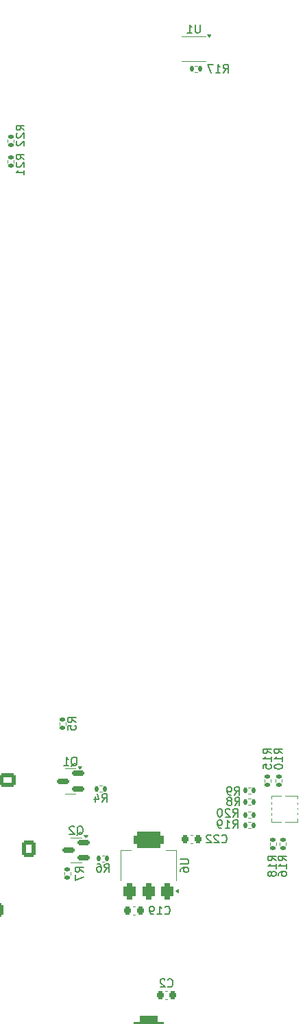
<source format=gbr>
%TF.GenerationSoftware,KiCad,Pcbnew,9.0.1*%
%TF.CreationDate,2025-04-21T23:50:45-04:00*%
%TF.ProjectId,2025SIMPLETVC,32303235-5349-44d5-904c-455456432e6b,rev?*%
%TF.SameCoordinates,Original*%
%TF.FileFunction,Legend,Bot*%
%TF.FilePolarity,Positive*%
%FSLAX46Y46*%
G04 Gerber Fmt 4.6, Leading zero omitted, Abs format (unit mm)*
G04 Created by KiCad (PCBNEW 9.0.1) date 2025-04-21 23:50:45*
%MOMM*%
%LPD*%
G01*
G04 APERTURE LIST*
G04 Aperture macros list*
%AMRoundRect*
0 Rectangle with rounded corners*
0 $1 Rounding radius*
0 $2 $3 $4 $5 $6 $7 $8 $9 X,Y pos of 4 corners*
0 Add a 4 corners polygon primitive as box body*
4,1,4,$2,$3,$4,$5,$6,$7,$8,$9,$2,$3,0*
0 Add four circle primitives for the rounded corners*
1,1,$1+$1,$2,$3*
1,1,$1+$1,$4,$5*
1,1,$1+$1,$6,$7*
1,1,$1+$1,$8,$9*
0 Add four rect primitives between the rounded corners*
20,1,$1+$1,$2,$3,$4,$5,0*
20,1,$1+$1,$4,$5,$6,$7,0*
20,1,$1+$1,$6,$7,$8,$9,0*
20,1,$1+$1,$8,$9,$2,$3,0*%
%AMFreePoly0*
4,1,17,1.515000,0.170000,0.915000,0.170000,0.915000,-0.080000,1.515000,-0.080000,1.515000,-0.480000,0.915000,-0.480000,0.915000,-0.505000,-0.395000,-0.505000,-0.395000,-1.005000,-0.825000,-1.005000,-0.825000,-0.625000,-0.915000,-0.625000,-0.915000,0.505000,0.815000,0.505000,0.815000,0.570000,1.515000,0.570000,1.515000,0.170000,1.515000,0.170000,$1*%
%AMFreePoly1*
4,1,17,-0.395000,0.505000,0.915000,0.505000,0.915000,0.480000,1.515000,0.480000,1.515000,0.080000,0.915000,0.080000,0.915000,-0.170000,1.515000,-0.170000,1.515000,-0.570000,0.815000,-0.570000,0.815000,-0.505000,-0.915000,-0.505000,-0.915000,0.625000,-0.825000,0.625000,-0.825000,1.005000,-0.395000,1.005000,-0.395000,0.505000,-0.395000,0.505000,$1*%
G04 Aperture macros list end*
%ADD10C,0.150000*%
%ADD11C,0.120000*%
%ADD12C,0.100000*%
%ADD13RoundRect,0.225000X0.225000X0.250000X-0.225000X0.250000X-0.225000X-0.250000X0.225000X-0.250000X0*%
%ADD14RoundRect,0.225000X-0.225000X-0.250000X0.225000X-0.250000X0.225000X0.250000X-0.225000X0.250000X0*%
%ADD15C,4.700000*%
%ADD16C,7.500000*%
%ADD17C,1.200000*%
%ADD18RoundRect,0.250000X0.600000X0.750000X-0.600000X0.750000X-0.600000X-0.750000X0.600000X-0.750000X0*%
%ADD19O,1.700000X2.000000*%
%ADD20RoundRect,0.760000X-1.140000X-1.140000X1.140000X-1.140000X1.140000X1.140000X-1.140000X1.140000X0*%
%ADD21C,4.000000*%
%ADD22C,1.700000*%
%ADD23R,1.600000X1.600000*%
%ADD24C,1.600000*%
%ADD25RoundRect,0.250000X-0.750000X0.600000X-0.750000X-0.600000X0.750000X-0.600000X0.750000X0.600000X0*%
%ADD26O,2.000000X1.700000*%
%ADD27RoundRect,0.250000X0.725000X-0.600000X0.725000X0.600000X-0.725000X0.600000X-0.725000X-0.600000X0*%
%ADD28O,1.950000X1.700000*%
%ADD29RoundRect,0.250000X-0.350000X-0.625000X0.350000X-0.625000X0.350000X0.625000X-0.350000X0.625000X0*%
%ADD30O,1.200000X1.750000*%
%ADD31RoundRect,0.250000X0.600000X0.725000X-0.600000X0.725000X-0.600000X-0.725000X0.600000X-0.725000X0*%
%ADD32O,1.700000X1.950000*%
%ADD33RoundRect,0.250000X-1.050000X-0.550000X1.050000X-0.550000X1.050000X0.550000X-1.050000X0.550000X0*%
%ADD34O,2.600000X1.600000*%
%ADD35RoundRect,0.135000X-0.185000X0.135000X-0.185000X-0.135000X0.185000X-0.135000X0.185000X0.135000X0*%
%ADD36RoundRect,0.135000X0.135000X0.185000X-0.135000X0.185000X-0.135000X-0.185000X0.135000X-0.185000X0*%
%ADD37RoundRect,0.135000X-0.135000X-0.185000X0.135000X-0.185000X0.135000X0.185000X-0.135000X0.185000X0*%
%ADD38RoundRect,0.135000X0.185000X-0.135000X0.185000X0.135000X-0.185000X0.135000X-0.185000X-0.135000X0*%
%ADD39RoundRect,0.150000X0.587500X0.150000X-0.587500X0.150000X-0.587500X-0.150000X0.587500X-0.150000X0*%
%ADD40R,0.760000X0.350000*%
%ADD41FreePoly0,0.000000*%
%ADD42FreePoly1,0.000000*%
%ADD43R,1.600000X0.300000*%
%ADD44RoundRect,0.375000X0.375000X-0.625000X0.375000X0.625000X-0.375000X0.625000X-0.375000X-0.625000X0*%
%ADD45RoundRect,0.500000X1.400000X-0.500000X1.400000X0.500000X-1.400000X0.500000X-1.400000X-0.500000X0*%
G04 APERTURE END LIST*
D10*
X153886666Y-149229580D02*
X153934285Y-149277200D01*
X153934285Y-149277200D02*
X154077142Y-149324819D01*
X154077142Y-149324819D02*
X154172380Y-149324819D01*
X154172380Y-149324819D02*
X154315237Y-149277200D01*
X154315237Y-149277200D02*
X154410475Y-149181961D01*
X154410475Y-149181961D02*
X154458094Y-149086723D01*
X154458094Y-149086723D02*
X154505713Y-148896247D01*
X154505713Y-148896247D02*
X154505713Y-148753390D01*
X154505713Y-148753390D02*
X154458094Y-148562914D01*
X154458094Y-148562914D02*
X154410475Y-148467676D01*
X154410475Y-148467676D02*
X154315237Y-148372438D01*
X154315237Y-148372438D02*
X154172380Y-148324819D01*
X154172380Y-148324819D02*
X154077142Y-148324819D01*
X154077142Y-148324819D02*
X153934285Y-148372438D01*
X153934285Y-148372438D02*
X153886666Y-148420057D01*
X153505713Y-148420057D02*
X153458094Y-148372438D01*
X153458094Y-148372438D02*
X153362856Y-148324819D01*
X153362856Y-148324819D02*
X153124761Y-148324819D01*
X153124761Y-148324819D02*
X153029523Y-148372438D01*
X153029523Y-148372438D02*
X152981904Y-148420057D01*
X152981904Y-148420057D02*
X152934285Y-148515295D01*
X152934285Y-148515295D02*
X152934285Y-148610533D01*
X152934285Y-148610533D02*
X152981904Y-148753390D01*
X152981904Y-148753390D02*
X153553332Y-149324819D01*
X153553332Y-149324819D02*
X152934285Y-149324819D01*
X160567857Y-131459580D02*
X160615476Y-131507200D01*
X160615476Y-131507200D02*
X160758333Y-131554819D01*
X160758333Y-131554819D02*
X160853571Y-131554819D01*
X160853571Y-131554819D02*
X160996428Y-131507200D01*
X160996428Y-131507200D02*
X161091666Y-131411961D01*
X161091666Y-131411961D02*
X161139285Y-131316723D01*
X161139285Y-131316723D02*
X161186904Y-131126247D01*
X161186904Y-131126247D02*
X161186904Y-130983390D01*
X161186904Y-130983390D02*
X161139285Y-130792914D01*
X161139285Y-130792914D02*
X161091666Y-130697676D01*
X161091666Y-130697676D02*
X160996428Y-130602438D01*
X160996428Y-130602438D02*
X160853571Y-130554819D01*
X160853571Y-130554819D02*
X160758333Y-130554819D01*
X160758333Y-130554819D02*
X160615476Y-130602438D01*
X160615476Y-130602438D02*
X160567857Y-130650057D01*
X160186904Y-130650057D02*
X160139285Y-130602438D01*
X160139285Y-130602438D02*
X160044047Y-130554819D01*
X160044047Y-130554819D02*
X159805952Y-130554819D01*
X159805952Y-130554819D02*
X159710714Y-130602438D01*
X159710714Y-130602438D02*
X159663095Y-130650057D01*
X159663095Y-130650057D02*
X159615476Y-130745295D01*
X159615476Y-130745295D02*
X159615476Y-130840533D01*
X159615476Y-130840533D02*
X159663095Y-130983390D01*
X159663095Y-130983390D02*
X160234523Y-131554819D01*
X160234523Y-131554819D02*
X159615476Y-131554819D01*
X159234523Y-130650057D02*
X159186904Y-130602438D01*
X159186904Y-130602438D02*
X159091666Y-130554819D01*
X159091666Y-130554819D02*
X158853571Y-130554819D01*
X158853571Y-130554819D02*
X158758333Y-130602438D01*
X158758333Y-130602438D02*
X158710714Y-130650057D01*
X158710714Y-130650057D02*
X158663095Y-130745295D01*
X158663095Y-130745295D02*
X158663095Y-130840533D01*
X158663095Y-130840533D02*
X158710714Y-130983390D01*
X158710714Y-130983390D02*
X159282142Y-131554819D01*
X159282142Y-131554819D02*
X158663095Y-131554819D01*
X153542857Y-140259580D02*
X153590476Y-140307200D01*
X153590476Y-140307200D02*
X153733333Y-140354819D01*
X153733333Y-140354819D02*
X153828571Y-140354819D01*
X153828571Y-140354819D02*
X153971428Y-140307200D01*
X153971428Y-140307200D02*
X154066666Y-140211961D01*
X154066666Y-140211961D02*
X154114285Y-140116723D01*
X154114285Y-140116723D02*
X154161904Y-139926247D01*
X154161904Y-139926247D02*
X154161904Y-139783390D01*
X154161904Y-139783390D02*
X154114285Y-139592914D01*
X154114285Y-139592914D02*
X154066666Y-139497676D01*
X154066666Y-139497676D02*
X153971428Y-139402438D01*
X153971428Y-139402438D02*
X153828571Y-139354819D01*
X153828571Y-139354819D02*
X153733333Y-139354819D01*
X153733333Y-139354819D02*
X153590476Y-139402438D01*
X153590476Y-139402438D02*
X153542857Y-139450057D01*
X152590476Y-140354819D02*
X153161904Y-140354819D01*
X152876190Y-140354819D02*
X152876190Y-139354819D01*
X152876190Y-139354819D02*
X152971428Y-139497676D01*
X152971428Y-139497676D02*
X153066666Y-139592914D01*
X153066666Y-139592914D02*
X153161904Y-139640533D01*
X152114285Y-140354819D02*
X151923809Y-140354819D01*
X151923809Y-140354819D02*
X151828571Y-140307200D01*
X151828571Y-140307200D02*
X151780952Y-140259580D01*
X151780952Y-140259580D02*
X151685714Y-140116723D01*
X151685714Y-140116723D02*
X151638095Y-139926247D01*
X151638095Y-139926247D02*
X151638095Y-139545295D01*
X151638095Y-139545295D02*
X151685714Y-139450057D01*
X151685714Y-139450057D02*
X151733333Y-139402438D01*
X151733333Y-139402438D02*
X151828571Y-139354819D01*
X151828571Y-139354819D02*
X152019047Y-139354819D01*
X152019047Y-139354819D02*
X152114285Y-139402438D01*
X152114285Y-139402438D02*
X152161904Y-139450057D01*
X152161904Y-139450057D02*
X152209523Y-139545295D01*
X152209523Y-139545295D02*
X152209523Y-139783390D01*
X152209523Y-139783390D02*
X152161904Y-139878628D01*
X152161904Y-139878628D02*
X152114285Y-139926247D01*
X152114285Y-139926247D02*
X152019047Y-139973866D01*
X152019047Y-139973866D02*
X151828571Y-139973866D01*
X151828571Y-139973866D02*
X151733333Y-139926247D01*
X151733333Y-139926247D02*
X151685714Y-139878628D01*
X151685714Y-139878628D02*
X151638095Y-139783390D01*
X143454819Y-135143333D02*
X142978628Y-134810000D01*
X143454819Y-134571905D02*
X142454819Y-134571905D01*
X142454819Y-134571905D02*
X142454819Y-134952857D01*
X142454819Y-134952857D02*
X142502438Y-135048095D01*
X142502438Y-135048095D02*
X142550057Y-135095714D01*
X142550057Y-135095714D02*
X142645295Y-135143333D01*
X142645295Y-135143333D02*
X142788152Y-135143333D01*
X142788152Y-135143333D02*
X142883390Y-135095714D01*
X142883390Y-135095714D02*
X142931009Y-135048095D01*
X142931009Y-135048095D02*
X142978628Y-134952857D01*
X142978628Y-134952857D02*
X142978628Y-134571905D01*
X142454819Y-135476667D02*
X142454819Y-136143333D01*
X142454819Y-136143333D02*
X143454819Y-135714762D01*
X161932857Y-128354819D02*
X162266190Y-127878628D01*
X162504285Y-128354819D02*
X162504285Y-127354819D01*
X162504285Y-127354819D02*
X162123333Y-127354819D01*
X162123333Y-127354819D02*
X162028095Y-127402438D01*
X162028095Y-127402438D02*
X161980476Y-127450057D01*
X161980476Y-127450057D02*
X161932857Y-127545295D01*
X161932857Y-127545295D02*
X161932857Y-127688152D01*
X161932857Y-127688152D02*
X161980476Y-127783390D01*
X161980476Y-127783390D02*
X162028095Y-127831009D01*
X162028095Y-127831009D02*
X162123333Y-127878628D01*
X162123333Y-127878628D02*
X162504285Y-127878628D01*
X161551904Y-127450057D02*
X161504285Y-127402438D01*
X161504285Y-127402438D02*
X161409047Y-127354819D01*
X161409047Y-127354819D02*
X161170952Y-127354819D01*
X161170952Y-127354819D02*
X161075714Y-127402438D01*
X161075714Y-127402438D02*
X161028095Y-127450057D01*
X161028095Y-127450057D02*
X160980476Y-127545295D01*
X160980476Y-127545295D02*
X160980476Y-127640533D01*
X160980476Y-127640533D02*
X161028095Y-127783390D01*
X161028095Y-127783390D02*
X161599523Y-128354819D01*
X161599523Y-128354819D02*
X160980476Y-128354819D01*
X160361428Y-127354819D02*
X160266190Y-127354819D01*
X160266190Y-127354819D02*
X160170952Y-127402438D01*
X160170952Y-127402438D02*
X160123333Y-127450057D01*
X160123333Y-127450057D02*
X160075714Y-127545295D01*
X160075714Y-127545295D02*
X160028095Y-127735771D01*
X160028095Y-127735771D02*
X160028095Y-127973866D01*
X160028095Y-127973866D02*
X160075714Y-128164342D01*
X160075714Y-128164342D02*
X160123333Y-128259580D01*
X160123333Y-128259580D02*
X160170952Y-128307200D01*
X160170952Y-128307200D02*
X160266190Y-128354819D01*
X160266190Y-128354819D02*
X160361428Y-128354819D01*
X160361428Y-128354819D02*
X160456666Y-128307200D01*
X160456666Y-128307200D02*
X160504285Y-128259580D01*
X160504285Y-128259580D02*
X160551904Y-128164342D01*
X160551904Y-128164342D02*
X160599523Y-127973866D01*
X160599523Y-127973866D02*
X160599523Y-127735771D01*
X160599523Y-127735771D02*
X160551904Y-127545295D01*
X160551904Y-127545295D02*
X160504285Y-127450057D01*
X160504285Y-127450057D02*
X160456666Y-127402438D01*
X160456666Y-127402438D02*
X160361428Y-127354819D01*
X146066666Y-135124819D02*
X146399999Y-134648628D01*
X146638094Y-135124819D02*
X146638094Y-134124819D01*
X146638094Y-134124819D02*
X146257142Y-134124819D01*
X146257142Y-134124819D02*
X146161904Y-134172438D01*
X146161904Y-134172438D02*
X146114285Y-134220057D01*
X146114285Y-134220057D02*
X146066666Y-134315295D01*
X146066666Y-134315295D02*
X146066666Y-134458152D01*
X146066666Y-134458152D02*
X146114285Y-134553390D01*
X146114285Y-134553390D02*
X146161904Y-134601009D01*
X146161904Y-134601009D02*
X146257142Y-134648628D01*
X146257142Y-134648628D02*
X146638094Y-134648628D01*
X145209523Y-134124819D02*
X145399999Y-134124819D01*
X145399999Y-134124819D02*
X145495237Y-134172438D01*
X145495237Y-134172438D02*
X145542856Y-134220057D01*
X145542856Y-134220057D02*
X145638094Y-134362914D01*
X145638094Y-134362914D02*
X145685713Y-134553390D01*
X145685713Y-134553390D02*
X145685713Y-134934342D01*
X145685713Y-134934342D02*
X145638094Y-135029580D01*
X145638094Y-135029580D02*
X145590475Y-135077200D01*
X145590475Y-135077200D02*
X145495237Y-135124819D01*
X145495237Y-135124819D02*
X145304761Y-135124819D01*
X145304761Y-135124819D02*
X145209523Y-135077200D01*
X145209523Y-135077200D02*
X145161904Y-135029580D01*
X145161904Y-135029580D02*
X145114285Y-134934342D01*
X145114285Y-134934342D02*
X145114285Y-134696247D01*
X145114285Y-134696247D02*
X145161904Y-134601009D01*
X145161904Y-134601009D02*
X145209523Y-134553390D01*
X145209523Y-134553390D02*
X145304761Y-134505771D01*
X145304761Y-134505771D02*
X145495237Y-134505771D01*
X145495237Y-134505771D02*
X145590475Y-134553390D01*
X145590475Y-134553390D02*
X145638094Y-134601009D01*
X145638094Y-134601009D02*
X145685713Y-134696247D01*
X168554819Y-133757142D02*
X168078628Y-133423809D01*
X168554819Y-133185714D02*
X167554819Y-133185714D01*
X167554819Y-133185714D02*
X167554819Y-133566666D01*
X167554819Y-133566666D02*
X167602438Y-133661904D01*
X167602438Y-133661904D02*
X167650057Y-133709523D01*
X167650057Y-133709523D02*
X167745295Y-133757142D01*
X167745295Y-133757142D02*
X167888152Y-133757142D01*
X167888152Y-133757142D02*
X167983390Y-133709523D01*
X167983390Y-133709523D02*
X168031009Y-133661904D01*
X168031009Y-133661904D02*
X168078628Y-133566666D01*
X168078628Y-133566666D02*
X168078628Y-133185714D01*
X168554819Y-134709523D02*
X168554819Y-134138095D01*
X168554819Y-134423809D02*
X167554819Y-134423809D01*
X167554819Y-134423809D02*
X167697676Y-134328571D01*
X167697676Y-134328571D02*
X167792914Y-134233333D01*
X167792914Y-134233333D02*
X167840533Y-134138095D01*
X167554819Y-135566666D02*
X167554819Y-135376190D01*
X167554819Y-135376190D02*
X167602438Y-135280952D01*
X167602438Y-135280952D02*
X167650057Y-135233333D01*
X167650057Y-135233333D02*
X167792914Y-135138095D01*
X167792914Y-135138095D02*
X167983390Y-135090476D01*
X167983390Y-135090476D02*
X168364342Y-135090476D01*
X168364342Y-135090476D02*
X168459580Y-135138095D01*
X168459580Y-135138095D02*
X168507200Y-135185714D01*
X168507200Y-135185714D02*
X168554819Y-135280952D01*
X168554819Y-135280952D02*
X168554819Y-135471428D01*
X168554819Y-135471428D02*
X168507200Y-135566666D01*
X168507200Y-135566666D02*
X168459580Y-135614285D01*
X168459580Y-135614285D02*
X168364342Y-135661904D01*
X168364342Y-135661904D02*
X168126247Y-135661904D01*
X168126247Y-135661904D02*
X168031009Y-135614285D01*
X168031009Y-135614285D02*
X167983390Y-135566666D01*
X167983390Y-135566666D02*
X167935771Y-135471428D01*
X167935771Y-135471428D02*
X167935771Y-135280952D01*
X167935771Y-135280952D02*
X167983390Y-135185714D01*
X167983390Y-135185714D02*
X168031009Y-135138095D01*
X168031009Y-135138095D02*
X168126247Y-135090476D01*
X142524819Y-116723333D02*
X142048628Y-116390000D01*
X142524819Y-116151905D02*
X141524819Y-116151905D01*
X141524819Y-116151905D02*
X141524819Y-116532857D01*
X141524819Y-116532857D02*
X141572438Y-116628095D01*
X141572438Y-116628095D02*
X141620057Y-116675714D01*
X141620057Y-116675714D02*
X141715295Y-116723333D01*
X141715295Y-116723333D02*
X141858152Y-116723333D01*
X141858152Y-116723333D02*
X141953390Y-116675714D01*
X141953390Y-116675714D02*
X142001009Y-116628095D01*
X142001009Y-116628095D02*
X142048628Y-116532857D01*
X142048628Y-116532857D02*
X142048628Y-116151905D01*
X141524819Y-117628095D02*
X141524819Y-117151905D01*
X141524819Y-117151905D02*
X142001009Y-117104286D01*
X142001009Y-117104286D02*
X141953390Y-117151905D01*
X141953390Y-117151905D02*
X141905771Y-117247143D01*
X141905771Y-117247143D02*
X141905771Y-117485238D01*
X141905771Y-117485238D02*
X141953390Y-117580476D01*
X141953390Y-117580476D02*
X142001009Y-117628095D01*
X142001009Y-117628095D02*
X142096247Y-117675714D01*
X142096247Y-117675714D02*
X142334342Y-117675714D01*
X142334342Y-117675714D02*
X142429580Y-117628095D01*
X142429580Y-117628095D02*
X142477200Y-117580476D01*
X142477200Y-117580476D02*
X142524819Y-117485238D01*
X142524819Y-117485238D02*
X142524819Y-117247143D01*
X142524819Y-117247143D02*
X142477200Y-117151905D01*
X142477200Y-117151905D02*
X142429580Y-117104286D01*
X142657738Y-130600057D02*
X142752976Y-130552438D01*
X142752976Y-130552438D02*
X142848214Y-130457200D01*
X142848214Y-130457200D02*
X142991071Y-130314342D01*
X142991071Y-130314342D02*
X143086309Y-130266723D01*
X143086309Y-130266723D02*
X143181547Y-130266723D01*
X143133928Y-130504819D02*
X143229166Y-130457200D01*
X143229166Y-130457200D02*
X143324404Y-130361961D01*
X143324404Y-130361961D02*
X143372023Y-130171485D01*
X143372023Y-130171485D02*
X143372023Y-129838152D01*
X143372023Y-129838152D02*
X143324404Y-129647676D01*
X143324404Y-129647676D02*
X143229166Y-129552438D01*
X143229166Y-129552438D02*
X143133928Y-129504819D01*
X143133928Y-129504819D02*
X142943452Y-129504819D01*
X142943452Y-129504819D02*
X142848214Y-129552438D01*
X142848214Y-129552438D02*
X142752976Y-129647676D01*
X142752976Y-129647676D02*
X142705357Y-129838152D01*
X142705357Y-129838152D02*
X142705357Y-130171485D01*
X142705357Y-130171485D02*
X142752976Y-130361961D01*
X142752976Y-130361961D02*
X142848214Y-130457200D01*
X142848214Y-130457200D02*
X142943452Y-130504819D01*
X142943452Y-130504819D02*
X143133928Y-130504819D01*
X142324404Y-129600057D02*
X142276785Y-129552438D01*
X142276785Y-129552438D02*
X142181547Y-129504819D01*
X142181547Y-129504819D02*
X141943452Y-129504819D01*
X141943452Y-129504819D02*
X141848214Y-129552438D01*
X141848214Y-129552438D02*
X141800595Y-129600057D01*
X141800595Y-129600057D02*
X141752976Y-129695295D01*
X141752976Y-129695295D02*
X141752976Y-129790533D01*
X141752976Y-129790533D02*
X141800595Y-129933390D01*
X141800595Y-129933390D02*
X142372023Y-130504819D01*
X142372023Y-130504819D02*
X141752976Y-130504819D01*
X141957738Y-122100057D02*
X142052976Y-122052438D01*
X142052976Y-122052438D02*
X142148214Y-121957200D01*
X142148214Y-121957200D02*
X142291071Y-121814342D01*
X142291071Y-121814342D02*
X142386309Y-121766723D01*
X142386309Y-121766723D02*
X142481547Y-121766723D01*
X142433928Y-122004819D02*
X142529166Y-121957200D01*
X142529166Y-121957200D02*
X142624404Y-121861961D01*
X142624404Y-121861961D02*
X142672023Y-121671485D01*
X142672023Y-121671485D02*
X142672023Y-121338152D01*
X142672023Y-121338152D02*
X142624404Y-121147676D01*
X142624404Y-121147676D02*
X142529166Y-121052438D01*
X142529166Y-121052438D02*
X142433928Y-121004819D01*
X142433928Y-121004819D02*
X142243452Y-121004819D01*
X142243452Y-121004819D02*
X142148214Y-121052438D01*
X142148214Y-121052438D02*
X142052976Y-121147676D01*
X142052976Y-121147676D02*
X142005357Y-121338152D01*
X142005357Y-121338152D02*
X142005357Y-121671485D01*
X142005357Y-121671485D02*
X142052976Y-121861961D01*
X142052976Y-121861961D02*
X142148214Y-121957200D01*
X142148214Y-121957200D02*
X142243452Y-122004819D01*
X142243452Y-122004819D02*
X142433928Y-122004819D01*
X141052976Y-122004819D02*
X141624404Y-122004819D01*
X141338690Y-122004819D02*
X141338690Y-121004819D01*
X141338690Y-121004819D02*
X141433928Y-121147676D01*
X141433928Y-121147676D02*
X141529166Y-121242914D01*
X141529166Y-121242914D02*
X141624404Y-121290533D01*
X157861904Y-30779819D02*
X157861904Y-31589342D01*
X157861904Y-31589342D02*
X157814285Y-31684580D01*
X157814285Y-31684580D02*
X157766666Y-31732200D01*
X157766666Y-31732200D02*
X157671428Y-31779819D01*
X157671428Y-31779819D02*
X157480952Y-31779819D01*
X157480952Y-31779819D02*
X157385714Y-31732200D01*
X157385714Y-31732200D02*
X157338095Y-31684580D01*
X157338095Y-31684580D02*
X157290476Y-31589342D01*
X157290476Y-31589342D02*
X157290476Y-30779819D01*
X156290476Y-31779819D02*
X156861904Y-31779819D01*
X156576190Y-31779819D02*
X156576190Y-30779819D01*
X156576190Y-30779819D02*
X156671428Y-30922676D01*
X156671428Y-30922676D02*
X156766666Y-31017914D01*
X156766666Y-31017914D02*
X156861904Y-31065533D01*
X161932857Y-129754819D02*
X162266190Y-129278628D01*
X162504285Y-129754819D02*
X162504285Y-128754819D01*
X162504285Y-128754819D02*
X162123333Y-128754819D01*
X162123333Y-128754819D02*
X162028095Y-128802438D01*
X162028095Y-128802438D02*
X161980476Y-128850057D01*
X161980476Y-128850057D02*
X161932857Y-128945295D01*
X161932857Y-128945295D02*
X161932857Y-129088152D01*
X161932857Y-129088152D02*
X161980476Y-129183390D01*
X161980476Y-129183390D02*
X162028095Y-129231009D01*
X162028095Y-129231009D02*
X162123333Y-129278628D01*
X162123333Y-129278628D02*
X162504285Y-129278628D01*
X160980476Y-129754819D02*
X161551904Y-129754819D01*
X161266190Y-129754819D02*
X161266190Y-128754819D01*
X161266190Y-128754819D02*
X161361428Y-128897676D01*
X161361428Y-128897676D02*
X161456666Y-128992914D01*
X161456666Y-128992914D02*
X161551904Y-129040533D01*
X160504285Y-129754819D02*
X160313809Y-129754819D01*
X160313809Y-129754819D02*
X160218571Y-129707200D01*
X160218571Y-129707200D02*
X160170952Y-129659580D01*
X160170952Y-129659580D02*
X160075714Y-129516723D01*
X160075714Y-129516723D02*
X160028095Y-129326247D01*
X160028095Y-129326247D02*
X160028095Y-128945295D01*
X160028095Y-128945295D02*
X160075714Y-128850057D01*
X160075714Y-128850057D02*
X160123333Y-128802438D01*
X160123333Y-128802438D02*
X160218571Y-128754819D01*
X160218571Y-128754819D02*
X160409047Y-128754819D01*
X160409047Y-128754819D02*
X160504285Y-128802438D01*
X160504285Y-128802438D02*
X160551904Y-128850057D01*
X160551904Y-128850057D02*
X160599523Y-128945295D01*
X160599523Y-128945295D02*
X160599523Y-129183390D01*
X160599523Y-129183390D02*
X160551904Y-129278628D01*
X160551904Y-129278628D02*
X160504285Y-129326247D01*
X160504285Y-129326247D02*
X160409047Y-129373866D01*
X160409047Y-129373866D02*
X160218571Y-129373866D01*
X160218571Y-129373866D02*
X160123333Y-129326247D01*
X160123333Y-129326247D02*
X160075714Y-129278628D01*
X160075714Y-129278628D02*
X160028095Y-129183390D01*
X168054819Y-120557142D02*
X167578628Y-120223809D01*
X168054819Y-119985714D02*
X167054819Y-119985714D01*
X167054819Y-119985714D02*
X167054819Y-120366666D01*
X167054819Y-120366666D02*
X167102438Y-120461904D01*
X167102438Y-120461904D02*
X167150057Y-120509523D01*
X167150057Y-120509523D02*
X167245295Y-120557142D01*
X167245295Y-120557142D02*
X167388152Y-120557142D01*
X167388152Y-120557142D02*
X167483390Y-120509523D01*
X167483390Y-120509523D02*
X167531009Y-120461904D01*
X167531009Y-120461904D02*
X167578628Y-120366666D01*
X167578628Y-120366666D02*
X167578628Y-119985714D01*
X168054819Y-121509523D02*
X168054819Y-120938095D01*
X168054819Y-121223809D02*
X167054819Y-121223809D01*
X167054819Y-121223809D02*
X167197676Y-121128571D01*
X167197676Y-121128571D02*
X167292914Y-121033333D01*
X167292914Y-121033333D02*
X167340533Y-120938095D01*
X167054819Y-122128571D02*
X167054819Y-122223809D01*
X167054819Y-122223809D02*
X167102438Y-122319047D01*
X167102438Y-122319047D02*
X167150057Y-122366666D01*
X167150057Y-122366666D02*
X167245295Y-122414285D01*
X167245295Y-122414285D02*
X167435771Y-122461904D01*
X167435771Y-122461904D02*
X167673866Y-122461904D01*
X167673866Y-122461904D02*
X167864342Y-122414285D01*
X167864342Y-122414285D02*
X167959580Y-122366666D01*
X167959580Y-122366666D02*
X168007200Y-122319047D01*
X168007200Y-122319047D02*
X168054819Y-122223809D01*
X168054819Y-122223809D02*
X168054819Y-122128571D01*
X168054819Y-122128571D02*
X168007200Y-122033333D01*
X168007200Y-122033333D02*
X167959580Y-121985714D01*
X167959580Y-121985714D02*
X167864342Y-121938095D01*
X167864342Y-121938095D02*
X167673866Y-121890476D01*
X167673866Y-121890476D02*
X167435771Y-121890476D01*
X167435771Y-121890476D02*
X167245295Y-121938095D01*
X167245295Y-121938095D02*
X167150057Y-121985714D01*
X167150057Y-121985714D02*
X167102438Y-122033333D01*
X167102438Y-122033333D02*
X167054819Y-122128571D01*
X136154819Y-47357142D02*
X135678628Y-47023809D01*
X136154819Y-46785714D02*
X135154819Y-46785714D01*
X135154819Y-46785714D02*
X135154819Y-47166666D01*
X135154819Y-47166666D02*
X135202438Y-47261904D01*
X135202438Y-47261904D02*
X135250057Y-47309523D01*
X135250057Y-47309523D02*
X135345295Y-47357142D01*
X135345295Y-47357142D02*
X135488152Y-47357142D01*
X135488152Y-47357142D02*
X135583390Y-47309523D01*
X135583390Y-47309523D02*
X135631009Y-47261904D01*
X135631009Y-47261904D02*
X135678628Y-47166666D01*
X135678628Y-47166666D02*
X135678628Y-46785714D01*
X135250057Y-47738095D02*
X135202438Y-47785714D01*
X135202438Y-47785714D02*
X135154819Y-47880952D01*
X135154819Y-47880952D02*
X135154819Y-48119047D01*
X135154819Y-48119047D02*
X135202438Y-48214285D01*
X135202438Y-48214285D02*
X135250057Y-48261904D01*
X135250057Y-48261904D02*
X135345295Y-48309523D01*
X135345295Y-48309523D02*
X135440533Y-48309523D01*
X135440533Y-48309523D02*
X135583390Y-48261904D01*
X135583390Y-48261904D02*
X136154819Y-47690476D01*
X136154819Y-47690476D02*
X136154819Y-48309523D01*
X136154819Y-49261904D02*
X136154819Y-48690476D01*
X136154819Y-48976190D02*
X135154819Y-48976190D01*
X135154819Y-48976190D02*
X135297676Y-48880952D01*
X135297676Y-48880952D02*
X135392914Y-48785714D01*
X135392914Y-48785714D02*
X135440533Y-48690476D01*
X162166666Y-126954819D02*
X162499999Y-126478628D01*
X162738094Y-126954819D02*
X162738094Y-125954819D01*
X162738094Y-125954819D02*
X162357142Y-125954819D01*
X162357142Y-125954819D02*
X162261904Y-126002438D01*
X162261904Y-126002438D02*
X162214285Y-126050057D01*
X162214285Y-126050057D02*
X162166666Y-126145295D01*
X162166666Y-126145295D02*
X162166666Y-126288152D01*
X162166666Y-126288152D02*
X162214285Y-126383390D01*
X162214285Y-126383390D02*
X162261904Y-126431009D01*
X162261904Y-126431009D02*
X162357142Y-126478628D01*
X162357142Y-126478628D02*
X162738094Y-126478628D01*
X161595237Y-126383390D02*
X161690475Y-126335771D01*
X161690475Y-126335771D02*
X161738094Y-126288152D01*
X161738094Y-126288152D02*
X161785713Y-126192914D01*
X161785713Y-126192914D02*
X161785713Y-126145295D01*
X161785713Y-126145295D02*
X161738094Y-126050057D01*
X161738094Y-126050057D02*
X161690475Y-126002438D01*
X161690475Y-126002438D02*
X161595237Y-125954819D01*
X161595237Y-125954819D02*
X161404761Y-125954819D01*
X161404761Y-125954819D02*
X161309523Y-126002438D01*
X161309523Y-126002438D02*
X161261904Y-126050057D01*
X161261904Y-126050057D02*
X161214285Y-126145295D01*
X161214285Y-126145295D02*
X161214285Y-126192914D01*
X161214285Y-126192914D02*
X161261904Y-126288152D01*
X161261904Y-126288152D02*
X161309523Y-126335771D01*
X161309523Y-126335771D02*
X161404761Y-126383390D01*
X161404761Y-126383390D02*
X161595237Y-126383390D01*
X161595237Y-126383390D02*
X161690475Y-126431009D01*
X161690475Y-126431009D02*
X161738094Y-126478628D01*
X161738094Y-126478628D02*
X161785713Y-126573866D01*
X161785713Y-126573866D02*
X161785713Y-126764342D01*
X161785713Y-126764342D02*
X161738094Y-126859580D01*
X161738094Y-126859580D02*
X161690475Y-126907200D01*
X161690475Y-126907200D02*
X161595237Y-126954819D01*
X161595237Y-126954819D02*
X161404761Y-126954819D01*
X161404761Y-126954819D02*
X161309523Y-126907200D01*
X161309523Y-126907200D02*
X161261904Y-126859580D01*
X161261904Y-126859580D02*
X161214285Y-126764342D01*
X161214285Y-126764342D02*
X161214285Y-126573866D01*
X161214285Y-126573866D02*
X161261904Y-126478628D01*
X161261904Y-126478628D02*
X161309523Y-126431009D01*
X161309523Y-126431009D02*
X161404761Y-126383390D01*
X145766666Y-126524819D02*
X146099999Y-126048628D01*
X146338094Y-126524819D02*
X146338094Y-125524819D01*
X146338094Y-125524819D02*
X145957142Y-125524819D01*
X145957142Y-125524819D02*
X145861904Y-125572438D01*
X145861904Y-125572438D02*
X145814285Y-125620057D01*
X145814285Y-125620057D02*
X145766666Y-125715295D01*
X145766666Y-125715295D02*
X145766666Y-125858152D01*
X145766666Y-125858152D02*
X145814285Y-125953390D01*
X145814285Y-125953390D02*
X145861904Y-126001009D01*
X145861904Y-126001009D02*
X145957142Y-126048628D01*
X145957142Y-126048628D02*
X146338094Y-126048628D01*
X144909523Y-125858152D02*
X144909523Y-126524819D01*
X145147618Y-125477200D02*
X145385713Y-126191485D01*
X145385713Y-126191485D02*
X144766666Y-126191485D01*
X160742857Y-36654819D02*
X161076190Y-36178628D01*
X161314285Y-36654819D02*
X161314285Y-35654819D01*
X161314285Y-35654819D02*
X160933333Y-35654819D01*
X160933333Y-35654819D02*
X160838095Y-35702438D01*
X160838095Y-35702438D02*
X160790476Y-35750057D01*
X160790476Y-35750057D02*
X160742857Y-35845295D01*
X160742857Y-35845295D02*
X160742857Y-35988152D01*
X160742857Y-35988152D02*
X160790476Y-36083390D01*
X160790476Y-36083390D02*
X160838095Y-36131009D01*
X160838095Y-36131009D02*
X160933333Y-36178628D01*
X160933333Y-36178628D02*
X161314285Y-36178628D01*
X159790476Y-36654819D02*
X160361904Y-36654819D01*
X160076190Y-36654819D02*
X160076190Y-35654819D01*
X160076190Y-35654819D02*
X160171428Y-35797676D01*
X160171428Y-35797676D02*
X160266666Y-35892914D01*
X160266666Y-35892914D02*
X160361904Y-35940533D01*
X159457142Y-35654819D02*
X158790476Y-35654819D01*
X158790476Y-35654819D02*
X159219047Y-36654819D01*
X167254819Y-133757142D02*
X166778628Y-133423809D01*
X167254819Y-133185714D02*
X166254819Y-133185714D01*
X166254819Y-133185714D02*
X166254819Y-133566666D01*
X166254819Y-133566666D02*
X166302438Y-133661904D01*
X166302438Y-133661904D02*
X166350057Y-133709523D01*
X166350057Y-133709523D02*
X166445295Y-133757142D01*
X166445295Y-133757142D02*
X166588152Y-133757142D01*
X166588152Y-133757142D02*
X166683390Y-133709523D01*
X166683390Y-133709523D02*
X166731009Y-133661904D01*
X166731009Y-133661904D02*
X166778628Y-133566666D01*
X166778628Y-133566666D02*
X166778628Y-133185714D01*
X167254819Y-134709523D02*
X167254819Y-134138095D01*
X167254819Y-134423809D02*
X166254819Y-134423809D01*
X166254819Y-134423809D02*
X166397676Y-134328571D01*
X166397676Y-134328571D02*
X166492914Y-134233333D01*
X166492914Y-134233333D02*
X166540533Y-134138095D01*
X166683390Y-135280952D02*
X166635771Y-135185714D01*
X166635771Y-135185714D02*
X166588152Y-135138095D01*
X166588152Y-135138095D02*
X166492914Y-135090476D01*
X166492914Y-135090476D02*
X166445295Y-135090476D01*
X166445295Y-135090476D02*
X166350057Y-135138095D01*
X166350057Y-135138095D02*
X166302438Y-135185714D01*
X166302438Y-135185714D02*
X166254819Y-135280952D01*
X166254819Y-135280952D02*
X166254819Y-135471428D01*
X166254819Y-135471428D02*
X166302438Y-135566666D01*
X166302438Y-135566666D02*
X166350057Y-135614285D01*
X166350057Y-135614285D02*
X166445295Y-135661904D01*
X166445295Y-135661904D02*
X166492914Y-135661904D01*
X166492914Y-135661904D02*
X166588152Y-135614285D01*
X166588152Y-135614285D02*
X166635771Y-135566666D01*
X166635771Y-135566666D02*
X166683390Y-135471428D01*
X166683390Y-135471428D02*
X166683390Y-135280952D01*
X166683390Y-135280952D02*
X166731009Y-135185714D01*
X166731009Y-135185714D02*
X166778628Y-135138095D01*
X166778628Y-135138095D02*
X166873866Y-135090476D01*
X166873866Y-135090476D02*
X167064342Y-135090476D01*
X167064342Y-135090476D02*
X167159580Y-135138095D01*
X167159580Y-135138095D02*
X167207200Y-135185714D01*
X167207200Y-135185714D02*
X167254819Y-135280952D01*
X167254819Y-135280952D02*
X167254819Y-135471428D01*
X167254819Y-135471428D02*
X167207200Y-135566666D01*
X167207200Y-135566666D02*
X167159580Y-135614285D01*
X167159580Y-135614285D02*
X167064342Y-135661904D01*
X167064342Y-135661904D02*
X166873866Y-135661904D01*
X166873866Y-135661904D02*
X166778628Y-135614285D01*
X166778628Y-135614285D02*
X166731009Y-135566666D01*
X166731009Y-135566666D02*
X166683390Y-135471428D01*
X155454819Y-133588095D02*
X156264342Y-133588095D01*
X156264342Y-133588095D02*
X156359580Y-133635714D01*
X156359580Y-133635714D02*
X156407200Y-133683333D01*
X156407200Y-133683333D02*
X156454819Y-133778571D01*
X156454819Y-133778571D02*
X156454819Y-133969047D01*
X156454819Y-133969047D02*
X156407200Y-134064285D01*
X156407200Y-134064285D02*
X156359580Y-134111904D01*
X156359580Y-134111904D02*
X156264342Y-134159523D01*
X156264342Y-134159523D02*
X155454819Y-134159523D01*
X155454819Y-135064285D02*
X155454819Y-134873809D01*
X155454819Y-134873809D02*
X155502438Y-134778571D01*
X155502438Y-134778571D02*
X155550057Y-134730952D01*
X155550057Y-134730952D02*
X155692914Y-134635714D01*
X155692914Y-134635714D02*
X155883390Y-134588095D01*
X155883390Y-134588095D02*
X156264342Y-134588095D01*
X156264342Y-134588095D02*
X156359580Y-134635714D01*
X156359580Y-134635714D02*
X156407200Y-134683333D01*
X156407200Y-134683333D02*
X156454819Y-134778571D01*
X156454819Y-134778571D02*
X156454819Y-134969047D01*
X156454819Y-134969047D02*
X156407200Y-135064285D01*
X156407200Y-135064285D02*
X156359580Y-135111904D01*
X156359580Y-135111904D02*
X156264342Y-135159523D01*
X156264342Y-135159523D02*
X156026247Y-135159523D01*
X156026247Y-135159523D02*
X155931009Y-135111904D01*
X155931009Y-135111904D02*
X155883390Y-135064285D01*
X155883390Y-135064285D02*
X155835771Y-134969047D01*
X155835771Y-134969047D02*
X155835771Y-134778571D01*
X155835771Y-134778571D02*
X155883390Y-134683333D01*
X155883390Y-134683333D02*
X155931009Y-134635714D01*
X155931009Y-134635714D02*
X156026247Y-134588095D01*
X162156666Y-125654819D02*
X162489999Y-125178628D01*
X162728094Y-125654819D02*
X162728094Y-124654819D01*
X162728094Y-124654819D02*
X162347142Y-124654819D01*
X162347142Y-124654819D02*
X162251904Y-124702438D01*
X162251904Y-124702438D02*
X162204285Y-124750057D01*
X162204285Y-124750057D02*
X162156666Y-124845295D01*
X162156666Y-124845295D02*
X162156666Y-124988152D01*
X162156666Y-124988152D02*
X162204285Y-125083390D01*
X162204285Y-125083390D02*
X162251904Y-125131009D01*
X162251904Y-125131009D02*
X162347142Y-125178628D01*
X162347142Y-125178628D02*
X162728094Y-125178628D01*
X161680475Y-125654819D02*
X161489999Y-125654819D01*
X161489999Y-125654819D02*
X161394761Y-125607200D01*
X161394761Y-125607200D02*
X161347142Y-125559580D01*
X161347142Y-125559580D02*
X161251904Y-125416723D01*
X161251904Y-125416723D02*
X161204285Y-125226247D01*
X161204285Y-125226247D02*
X161204285Y-124845295D01*
X161204285Y-124845295D02*
X161251904Y-124750057D01*
X161251904Y-124750057D02*
X161299523Y-124702438D01*
X161299523Y-124702438D02*
X161394761Y-124654819D01*
X161394761Y-124654819D02*
X161585237Y-124654819D01*
X161585237Y-124654819D02*
X161680475Y-124702438D01*
X161680475Y-124702438D02*
X161728094Y-124750057D01*
X161728094Y-124750057D02*
X161775713Y-124845295D01*
X161775713Y-124845295D02*
X161775713Y-125083390D01*
X161775713Y-125083390D02*
X161728094Y-125178628D01*
X161728094Y-125178628D02*
X161680475Y-125226247D01*
X161680475Y-125226247D02*
X161585237Y-125273866D01*
X161585237Y-125273866D02*
X161394761Y-125273866D01*
X161394761Y-125273866D02*
X161299523Y-125226247D01*
X161299523Y-125226247D02*
X161251904Y-125178628D01*
X161251904Y-125178628D02*
X161204285Y-125083390D01*
X136154819Y-43757142D02*
X135678628Y-43423809D01*
X136154819Y-43185714D02*
X135154819Y-43185714D01*
X135154819Y-43185714D02*
X135154819Y-43566666D01*
X135154819Y-43566666D02*
X135202438Y-43661904D01*
X135202438Y-43661904D02*
X135250057Y-43709523D01*
X135250057Y-43709523D02*
X135345295Y-43757142D01*
X135345295Y-43757142D02*
X135488152Y-43757142D01*
X135488152Y-43757142D02*
X135583390Y-43709523D01*
X135583390Y-43709523D02*
X135631009Y-43661904D01*
X135631009Y-43661904D02*
X135678628Y-43566666D01*
X135678628Y-43566666D02*
X135678628Y-43185714D01*
X135250057Y-44138095D02*
X135202438Y-44185714D01*
X135202438Y-44185714D02*
X135154819Y-44280952D01*
X135154819Y-44280952D02*
X135154819Y-44519047D01*
X135154819Y-44519047D02*
X135202438Y-44614285D01*
X135202438Y-44614285D02*
X135250057Y-44661904D01*
X135250057Y-44661904D02*
X135345295Y-44709523D01*
X135345295Y-44709523D02*
X135440533Y-44709523D01*
X135440533Y-44709523D02*
X135583390Y-44661904D01*
X135583390Y-44661904D02*
X136154819Y-44090476D01*
X136154819Y-44090476D02*
X136154819Y-44709523D01*
X135250057Y-45090476D02*
X135202438Y-45138095D01*
X135202438Y-45138095D02*
X135154819Y-45233333D01*
X135154819Y-45233333D02*
X135154819Y-45471428D01*
X135154819Y-45471428D02*
X135202438Y-45566666D01*
X135202438Y-45566666D02*
X135250057Y-45614285D01*
X135250057Y-45614285D02*
X135345295Y-45661904D01*
X135345295Y-45661904D02*
X135440533Y-45661904D01*
X135440533Y-45661904D02*
X135583390Y-45614285D01*
X135583390Y-45614285D02*
X136154819Y-45042857D01*
X136154819Y-45042857D02*
X136154819Y-45661904D01*
X166654819Y-120557142D02*
X166178628Y-120223809D01*
X166654819Y-119985714D02*
X165654819Y-119985714D01*
X165654819Y-119985714D02*
X165654819Y-120366666D01*
X165654819Y-120366666D02*
X165702438Y-120461904D01*
X165702438Y-120461904D02*
X165750057Y-120509523D01*
X165750057Y-120509523D02*
X165845295Y-120557142D01*
X165845295Y-120557142D02*
X165988152Y-120557142D01*
X165988152Y-120557142D02*
X166083390Y-120509523D01*
X166083390Y-120509523D02*
X166131009Y-120461904D01*
X166131009Y-120461904D02*
X166178628Y-120366666D01*
X166178628Y-120366666D02*
X166178628Y-119985714D01*
X166654819Y-121509523D02*
X166654819Y-120938095D01*
X166654819Y-121223809D02*
X165654819Y-121223809D01*
X165654819Y-121223809D02*
X165797676Y-121128571D01*
X165797676Y-121128571D02*
X165892914Y-121033333D01*
X165892914Y-121033333D02*
X165940533Y-120938095D01*
X165654819Y-122414285D02*
X165654819Y-121938095D01*
X165654819Y-121938095D02*
X166131009Y-121890476D01*
X166131009Y-121890476D02*
X166083390Y-121938095D01*
X166083390Y-121938095D02*
X166035771Y-122033333D01*
X166035771Y-122033333D02*
X166035771Y-122271428D01*
X166035771Y-122271428D02*
X166083390Y-122366666D01*
X166083390Y-122366666D02*
X166131009Y-122414285D01*
X166131009Y-122414285D02*
X166226247Y-122461904D01*
X166226247Y-122461904D02*
X166464342Y-122461904D01*
X166464342Y-122461904D02*
X166559580Y-122414285D01*
X166559580Y-122414285D02*
X166607200Y-122366666D01*
X166607200Y-122366666D02*
X166654819Y-122271428D01*
X166654819Y-122271428D02*
X166654819Y-122033333D01*
X166654819Y-122033333D02*
X166607200Y-121938095D01*
X166607200Y-121938095D02*
X166559580Y-121890476D01*
D11*
%TO.C,C2*%
X153860580Y-150810000D02*
X153579420Y-150810000D01*
X153860580Y-149790000D02*
X153579420Y-149790000D01*
%TO.C,C22*%
X156684420Y-131610000D02*
X156965580Y-131610000D01*
X156684420Y-130590000D02*
X156965580Y-130590000D01*
%TO.C,C19*%
X149579420Y-140410000D02*
X149860580Y-140410000D01*
X149579420Y-139390000D02*
X149860580Y-139390000D01*
%TO.C,R7*%
X141120000Y-135156359D02*
X141120000Y-135463641D01*
X141880000Y-135156359D02*
X141880000Y-135463641D01*
%TO.C,R20*%
X164143641Y-127720000D02*
X163836359Y-127720000D01*
X164143641Y-128480000D02*
X163836359Y-128480000D01*
%TO.C,R6*%
X145746359Y-133120000D02*
X146053641Y-133120000D01*
X145746359Y-133880000D02*
X146053641Y-133880000D01*
%TO.C,R16*%
X167720000Y-131546359D02*
X167720000Y-131853641D01*
X168480000Y-131546359D02*
X168480000Y-131853641D01*
%TO.C,R5*%
X140520000Y-117043641D02*
X140520000Y-116736359D01*
X141280000Y-117043641D02*
X141280000Y-116736359D01*
%TO.C,Q2*%
X142562500Y-130890000D02*
X141912500Y-130890000D01*
X142562500Y-130890000D02*
X143212500Y-130890000D01*
X142562500Y-134010000D02*
X141912500Y-134010000D01*
X142562500Y-134010000D02*
X143212500Y-134010000D01*
X143725000Y-130940000D02*
X143485000Y-130610000D01*
X143965000Y-130610000D01*
X143725000Y-130940000D01*
G36*
X143725000Y-130940000D02*
G01*
X143485000Y-130610000D01*
X143965000Y-130610000D01*
X143725000Y-130940000D01*
G37*
%TO.C,Q1*%
X141862500Y-122390000D02*
X141212500Y-122390000D01*
X141862500Y-122390000D02*
X142512500Y-122390000D01*
X141862500Y-125510000D02*
X141212500Y-125510000D01*
X141862500Y-125510000D02*
X142512500Y-125510000D01*
X143025000Y-122440000D02*
X142785000Y-122110000D01*
X143265000Y-122110000D01*
X143025000Y-122440000D01*
G36*
X143025000Y-122440000D02*
G01*
X142785000Y-122110000D01*
X143265000Y-122110000D01*
X143025000Y-122440000D01*
G37*
D12*
%TO.C,U5*%
X166720000Y-125775000D02*
X166720000Y-128975000D01*
X166720000Y-128975000D02*
X168120000Y-128975000D01*
X168120000Y-128975000D02*
X169920000Y-128975000D01*
X169920000Y-125775000D02*
X166720000Y-125775000D01*
X169920000Y-128975000D02*
X169920000Y-125775000D01*
D11*
%TO.C,U1*%
X155600000Y-32225000D02*
X158600000Y-32225000D01*
X155600000Y-35225000D02*
X158600000Y-35225000D01*
X158950000Y-32325000D02*
X158710000Y-31995000D01*
X159190000Y-31995000D01*
X158950000Y-32325000D01*
G36*
X158950000Y-32325000D02*
G01*
X158710000Y-31995000D01*
X159190000Y-31995000D01*
X158950000Y-32325000D01*
G37*
%TO.C,R19*%
X163836359Y-129020000D02*
X164143641Y-129020000D01*
X163836359Y-129780000D02*
X164143641Y-129780000D01*
%TO.C,R10*%
X167220000Y-124053641D02*
X167220000Y-123746359D01*
X167980000Y-124053641D02*
X167980000Y-123746359D01*
%TO.C,R21*%
X134120000Y-47753641D02*
X134120000Y-47446359D01*
X134880000Y-47753641D02*
X134880000Y-47446359D01*
%TO.C,R8*%
X164153641Y-126120000D02*
X163846359Y-126120000D01*
X164153641Y-126880000D02*
X163846359Y-126880000D01*
%TO.C,R4*%
X145446359Y-124520000D02*
X145753641Y-124520000D01*
X145446359Y-125280000D02*
X145753641Y-125280000D01*
%TO.C,R17*%
X157553641Y-35820000D02*
X157246359Y-35820000D01*
X157553641Y-36580000D02*
X157246359Y-36580000D01*
%TO.C,R18*%
X166520000Y-131556359D02*
X166520000Y-131863641D01*
X167280000Y-131556359D02*
X167280000Y-131863641D01*
%TO.C,U6*%
X148090000Y-132440000D02*
X149350000Y-132440000D01*
X148090000Y-136200000D02*
X148090000Y-132440000D01*
X154910000Y-132440000D02*
X153650000Y-132440000D01*
X154910000Y-136200000D02*
X154910000Y-132440000D01*
X155140000Y-137720000D02*
X154810000Y-137480000D01*
X155140000Y-137240000D01*
X155140000Y-137720000D01*
G36*
X155140000Y-137720000D02*
G01*
X154810000Y-137480000D01*
X155140000Y-137240000D01*
X155140000Y-137720000D01*
G37*
%TO.C,R9*%
X163846359Y-124720000D02*
X164153641Y-124720000D01*
X163846359Y-125480000D02*
X164153641Y-125480000D01*
%TO.C,R22*%
X134120000Y-44946359D02*
X134120000Y-45253641D01*
X134880000Y-44946359D02*
X134880000Y-45253641D01*
%TO.C,R15*%
X165820000Y-124053641D02*
X165820000Y-123746359D01*
X166580000Y-124053641D02*
X166580000Y-123746359D01*
%TD*%
%LPC*%
D13*
%TO.C,C2*%
X152945000Y-150300000D03*
X154495000Y-150300000D03*
%TD*%
D14*
%TO.C,C22*%
X156050000Y-131100000D03*
X157600000Y-131100000D03*
%TD*%
%TO.C,C19*%
X148945000Y-139900000D03*
X150495000Y-139900000D03*
%TD*%
D15*
%TO.C,H3*%
X130500000Y-25000000D03*
D16*
X130500000Y-25000000D03*
%TD*%
D15*
%TO.C,H4*%
X175500000Y-25000000D03*
D16*
X175500000Y-25000000D03*
%TD*%
D17*
%TO.C,J8*%
X178000000Y-121000000D03*
D18*
X176400000Y-123000000D03*
D19*
X173900000Y-123000000D03*
%TD*%
D15*
%TO.C,H1*%
X130500000Y-155000000D03*
D16*
X130500000Y-155000000D03*
%TD*%
D20*
%TO.C,J10*%
X151500000Y-154700000D03*
D21*
X156500000Y-154700000D03*
%TD*%
D22*
%TO.C,U2*%
X160550000Y-59290000D03*
X163090000Y-59290000D03*
X165630000Y-59290000D03*
X168170000Y-59290000D03*
X170710000Y-59290000D03*
X173250000Y-59290000D03*
X160550000Y-41510000D03*
X163090000Y-41510000D03*
X165630000Y-41510000D03*
X168170000Y-41510000D03*
X170710000Y-41510000D03*
X173250000Y-41510000D03*
%TD*%
D23*
%TO.C,C1*%
X156202651Y-145800000D03*
D24*
X151202651Y-145800000D03*
%TD*%
D17*
%TO.C,J5*%
X173600000Y-138600000D03*
D25*
X175600000Y-140200000D03*
D26*
X175600000Y-142700000D03*
%TD*%
D17*
%TO.C,J4*%
X130600000Y-138200000D03*
D25*
X132600000Y-139800000D03*
D26*
X132600000Y-142300000D03*
%TD*%
D17*
%TO.C,J2*%
X136075000Y-125400000D03*
D27*
X134075000Y-123800000D03*
D28*
X134075000Y-121300000D03*
X134075000Y-118800000D03*
%TD*%
D29*
%TO.C,J7*%
X156300000Y-25900000D03*
D30*
X158300000Y-25900000D03*
X160300000Y-25900000D03*
X162300000Y-25900000D03*
%TD*%
D22*
%TO.C,U7*%
X159130000Y-81450000D03*
X161670000Y-81450000D03*
X164210000Y-81450000D03*
X166750000Y-81450000D03*
X169290000Y-81450000D03*
X171830000Y-81450000D03*
X174370000Y-81450000D03*
%TD*%
%TO.C,U3*%
X158610000Y-88940000D03*
X158610000Y-91480000D03*
X158610000Y-94020000D03*
X158610000Y-96560000D03*
X158610000Y-99100000D03*
X158610000Y-101640000D03*
X158610000Y-104180000D03*
X158610000Y-106720000D03*
X158610000Y-109260000D03*
%TD*%
D15*
%TO.C,H2*%
X175500000Y-155000000D03*
D16*
X175500000Y-155000000D03*
%TD*%
D22*
%TO.C,U4*%
X130320000Y-101300000D03*
X132860000Y-101300000D03*
X135400000Y-101300000D03*
X137940000Y-101300000D03*
X140480000Y-101300000D03*
X143020000Y-101300000D03*
X145560000Y-101300000D03*
X148100000Y-101300000D03*
%TD*%
D17*
%TO.C,J6*%
X177900000Y-130700000D03*
D18*
X176300000Y-132700000D03*
D19*
X173800000Y-132700000D03*
%TD*%
D17*
%TO.C,J3*%
X138300000Y-130300000D03*
D31*
X136700000Y-132300000D03*
D32*
X134200000Y-132300000D03*
X131700000Y-132300000D03*
%TD*%
D33*
%TO.C,A1*%
X130247500Y-35950000D03*
D34*
X130247500Y-38490000D03*
X130247500Y-41030000D03*
X130247500Y-43570000D03*
X130247500Y-46110000D03*
X130247500Y-48650000D03*
X130247500Y-51190000D03*
X130247500Y-53730000D03*
X130247500Y-56270000D03*
X130247500Y-58810000D03*
X130247500Y-61350000D03*
X130247500Y-63890000D03*
X130247500Y-66430000D03*
X130247500Y-68970000D03*
X130247500Y-71510000D03*
X130247500Y-74050000D03*
X149967500Y-74050000D03*
X149967500Y-71510000D03*
X149967500Y-68970000D03*
X149967500Y-66430000D03*
X149967500Y-63890000D03*
X149967500Y-61350000D03*
X149967500Y-58810000D03*
X149967500Y-56270000D03*
X149967500Y-53730000D03*
X149967500Y-51190000D03*
X149967500Y-48650000D03*
X149967500Y-46110000D03*
%TD*%
D35*
%TO.C,R7*%
X141500000Y-134800000D03*
X141500000Y-135820000D03*
%TD*%
D36*
%TO.C,R20*%
X164500000Y-128100000D03*
X163480000Y-128100000D03*
%TD*%
D37*
%TO.C,R6*%
X145390000Y-133500000D03*
X146410000Y-133500000D03*
%TD*%
D35*
%TO.C,R16*%
X168100000Y-131190000D03*
X168100000Y-132210000D03*
%TD*%
D38*
%TO.C,R5*%
X140900000Y-117400000D03*
X140900000Y-116380000D03*
%TD*%
D39*
%TO.C,Q2*%
X143500000Y-131500000D03*
X143500000Y-133400000D03*
X141625000Y-132450000D03*
%TD*%
%TO.C,Q1*%
X142800000Y-123000000D03*
X142800000Y-124900000D03*
X140925000Y-123950000D03*
%TD*%
D40*
%TO.C,U5*%
X166800000Y-128350000D03*
X166800000Y-127700000D03*
X166800000Y-127050000D03*
X166800000Y-126400000D03*
D41*
X168765000Y-128070000D03*
D42*
X168765000Y-126680000D03*
%TD*%
D43*
%TO.C,U1*%
X158800000Y-32750000D03*
X158800000Y-33400000D03*
X158800000Y-34050000D03*
X158800000Y-34700000D03*
X155400000Y-34700000D03*
X155400000Y-34050000D03*
X155400000Y-33400000D03*
X155400000Y-32750000D03*
%TD*%
D37*
%TO.C,R19*%
X163480000Y-129400000D03*
X164500000Y-129400000D03*
%TD*%
D38*
%TO.C,R10*%
X167600000Y-124410000D03*
X167600000Y-123390000D03*
%TD*%
%TO.C,R21*%
X134500000Y-48110000D03*
X134500000Y-47090000D03*
%TD*%
D36*
%TO.C,R8*%
X164510000Y-126500000D03*
X163490000Y-126500000D03*
%TD*%
D37*
%TO.C,R4*%
X145090000Y-124900000D03*
X146110000Y-124900000D03*
%TD*%
D36*
%TO.C,R17*%
X157910000Y-36200000D03*
X156890000Y-36200000D03*
%TD*%
D35*
%TO.C,R18*%
X166900000Y-131200000D03*
X166900000Y-132220000D03*
%TD*%
D44*
%TO.C,U6*%
X153800000Y-137500000D03*
X151500000Y-137500000D03*
D45*
X151500000Y-131200000D03*
D44*
X149200000Y-137500000D03*
%TD*%
D37*
%TO.C,R9*%
X163490000Y-125100000D03*
X164510000Y-125100000D03*
%TD*%
D35*
%TO.C,R22*%
X134500000Y-44590000D03*
X134500000Y-45610000D03*
%TD*%
D38*
%TO.C,R15*%
X166200000Y-124410000D03*
X166200000Y-123390000D03*
%TD*%
%LPD*%
M02*

</source>
